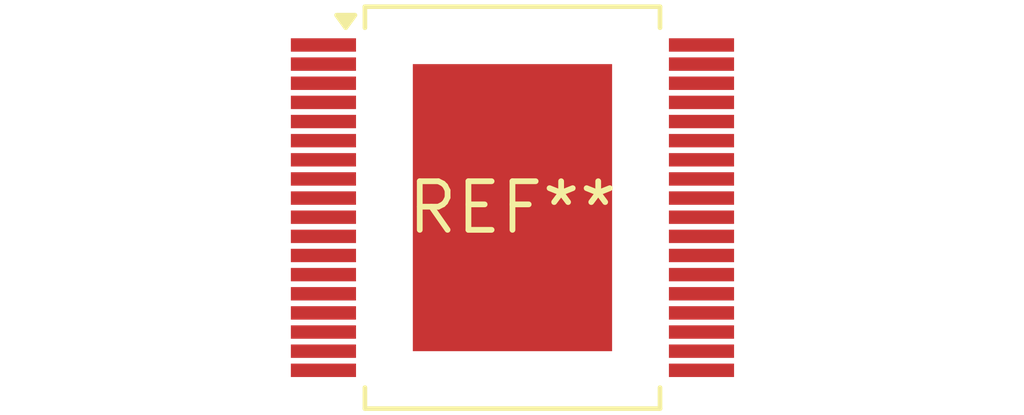
<source format=kicad_pcb>
(kicad_pcb (version 20240108) (generator pcbnew)
  (layers (0 "F.Cu" signal) (31 "B.Cu" signal) (34 "B.Paste" user) (35 "F.Paste" user) (36 "B.SilkS" user "B.Silkscreen") (37 "F.SilkS" user "F.Silkscreen") (38 "B.Mask" user) (39 "F.Mask" user) (44 "Edge.Cuts" user))
  (net 0 "")
  (footprint "ST_PowerSSO-36_SlugDown" (layer "F.Cu") (at 0 0)
    (property "Reference" "REF**")
    (property "Value" "ST_PowerSSO-36_SlugDown")
    (fp_line (start -3.85 -5.25) (end -3.85 -4.7) (layer "F.SilkS") (stroke (width 0.12)))
    (fp_line (start -3.85 5.25) (end -3.85 4.7) (layer "F.SilkS") (stroke (width 0.12)))
    (fp_line (start 3.85 -5.25) (end -3.85 -5.25) (layer "F.SilkS") (stroke (width 0.12)))
    (fp_line (start 3.85 -5.25) (end 3.85 -4.7) (layer "F.SilkS") (stroke (width 0.12)))
    (fp_line (start 3.85 5.25) (end -3.85 5.25) (layer "F.SilkS") (stroke (width 0.12)))
    (fp_line (start 3.85 5.25) (end 3.85 4.7) (layer "F.SilkS") (stroke (width 0.12)))
    (fp_poly (pts (xy -4.35 -4.7) (xy -4.59 -5.03) (xy -4.11 -5.03) (xy -4.35 -4.7)) (layer "F.SilkS") (stroke (width 0.12)) (fill solid))
    (pad "1" smd rect (at -4.9325 -4.25) (size 1.7 0.35) (layers "F.Cu" "F.Paste" "F.Mask"))
    (pad "2" smd rect (at -4.9325 -3.75) (size 1.7 0.35) (layers "F.Cu" "F.Paste" "F.Mask"))
    (pad "3" smd rect (at -4.9325 -3.25) (size 1.7 0.35) (layers "F.Cu" "F.Paste" "F.Mask"))
    (pad "4" smd rect (at -4.9325 -2.75) (size 1.7 0.35) (layers "F.Cu" "F.Paste" "F.Mask"))
    (pad "5" smd rect (at -4.9325 -2.25) (size 1.7 0.35) (layers "F.Cu" "F.Paste" "F.Mask"))
    (pad "6" smd rect (at -4.9325 -1.75) (size 1.7 0.35) (layers "F.Cu" "F.Paste" "F.Mask"))
    (pad "7" smd rect (at -4.9325 -1.25) (size 1.7 0.35) (layers "F.Cu" "F.Paste" "F.Mask"))
    (pad "8" smd rect (at -4.9325 -0.75) (size 1.7 0.35) (layers "F.Cu" "F.Paste" "F.Mask"))
    (pad "9" smd rect (at -4.9325 -0.25) (size 1.7 0.35) (layers "F.Cu" "F.Paste" "F.Mask"))
    (pad "10" smd rect (at -4.9325 0.25) (size 1.7 0.35) (layers "F.Cu" "F.Paste" "F.Mask"))
    (pad "11" smd rect (at -4.9325 0.75) (size 1.7 0.35) (layers "F.Cu" "F.Paste" "F.Mask"))
    (pad "12" smd rect (at -4.9325 1.25) (size 1.7 0.35) (layers "F.Cu" "F.Paste" "F.Mask"))
    (pad "13" smd rect (at -4.9325 1.75) (size 1.7 0.35) (layers "F.Cu" "F.Paste" "F.Mask"))
    (pad "14" smd rect (at -4.9325 2.25) (size 1.7 0.35) (layers "F.Cu" "F.Paste" "F.Mask"))
    (pad "15" smd rect (at -4.9325 2.75) (size 1.7 0.35) (layers "F.Cu" "F.Paste" "F.Mask"))
    (pad "16" smd rect (at -4.9325 3.25) (size 1.7 0.35) (layers "F.Cu" "F.Paste" "F.Mask"))
    (pad "17" smd rect (at -4.9325 3.75) (size 1.7 0.35) (layers "F.Cu" "F.Paste" "F.Mask"))
    (pad "18" smd rect (at -4.9325 4.25) (size 1.7 0.35) (layers "F.Cu" "F.Paste" "F.Mask"))
    (pad "19" smd rect (at 4.9325 4.25) (size 1.7 0.35) (layers "F.Cu" "F.Paste" "F.Mask"))
    (pad "20" smd rect (at 4.9325 3.75) (size 1.7 0.35) (layers "F.Cu" "F.Paste" "F.Mask"))
    (pad "21" smd rect (at 4.9325 3.25) (size 1.7 0.35) (layers "F.Cu" "F.Paste" "F.Mask"))
    (pad "22" smd rect (at 4.9325 2.75) (size 1.7 0.35) (layers "F.Cu" "F.Paste" "F.Mask"))
    (pad "23" smd rect (at 4.9325 2.25) (size 1.7 0.35) (layers "F.Cu" "F.Paste" "F.Mask"))
    (pad "24" smd rect (at 4.9325 1.75) (size 1.7 0.35) (layers "F.Cu" "F.Paste" "F.Mask"))
    (pad "25" smd rect (at 4.9325 1.25) (size 1.7 0.35) (layers "F.Cu" "F.Paste" "F.Mask"))
    (pad "26" smd rect (at 4.9325 0.75) (size 1.7 0.35) (layers "F.Cu" "F.Paste" "F.Mask"))
    (pad "27" smd rect (at 4.9325 0.25) (size 1.7 0.35) (layers "F.Cu" "F.Paste" "F.Mask"))
    (pad "28" smd rect (at 4.9325 -0.25) (size 1.7 0.35) (layers "F.Cu" "F.Paste" "F.Mask"))
    (pad "29" smd rect (at 4.9325 -0.75) (size 1.7 0.35) (layers "F.Cu" "F.Paste" "F.Mask"))
    (pad "30" smd rect (at 4.9325 -1.25) (size 1.7 0.35) (layers "F.Cu" "F.Paste" "F.Mask"))
    (pad "31" smd rect (at 4.9325 -1.75) (size 1.7 0.35) (layers "F.Cu" "F.Paste" "F.Mask"))
    (pad "32" smd rect (at 4.9325 -2.25) (size 1.7 0.35) (layers "F.Cu" "F.Paste" "F.Mask"))
    (pad "33" smd rect (at 4.9325 -2.75) (size 1.7 0.35) (layers "F.Cu" "F.Paste" "F.Mask"))
    (pad "34" smd rect (at 4.9325 -3.25) (size 1.7 0.35) (layers "F.Cu" "F.Paste" "F.Mask"))
    (pad "35" smd rect (at 4.9325 -3.75) (size 1.7 0.35) (layers "F.Cu" "F.Paste" "F.Mask"))
    (pad "36" smd rect (at 4.9325 -4.25) (size 1.7 0.35) (layers "F.Cu" "F.Paste" "F.Mask"))
    (pad "37" smd rect (at 0 0) (size 5.2 7.5) (layers "F.Cu" "F.Paste" "F.Mask"))
  )
)
</source>
